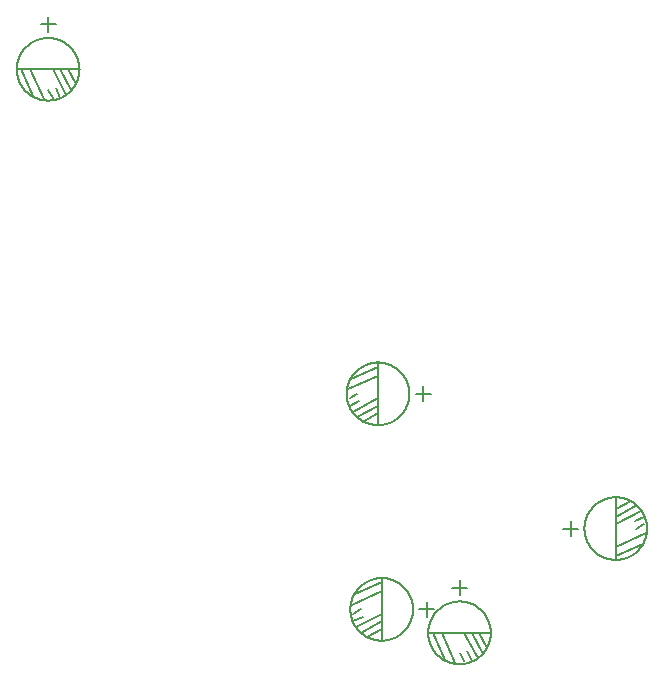
<source format=gbr>
G04 EAGLE Gerber X2 export*
%TF.Part,Single*%
%TF.FileFunction,Legend,Bot,1*%
%TF.FilePolarity,Positive*%
%TF.GenerationSoftware,Autodesk,EAGLE,9.2.2*%
%TF.CreationDate,2019-06-08T20:53:20Z*%
G75*
%MOMM*%
%FSLAX34Y34*%
%LPD*%
%INSilkscreen Bottom*%
%AMOC8*
5,1,8,0,0,1.08239X$1,22.5*%
G01*
%ADD10C,0.127000*%


D10*
X30895Y505723D02*
X30903Y506373D01*
X30927Y507023D01*
X30967Y507672D01*
X31023Y508320D01*
X31094Y508967D01*
X31182Y509611D01*
X31285Y510253D01*
X31404Y510893D01*
X31539Y511529D01*
X31689Y512162D01*
X31855Y512791D01*
X32036Y513416D01*
X32233Y514036D01*
X32444Y514651D01*
X32671Y515260D01*
X32912Y515864D01*
X33168Y516462D01*
X33439Y517053D01*
X33725Y517638D01*
X34024Y518215D01*
X34338Y518785D01*
X34665Y519347D01*
X35006Y519900D01*
X35361Y520446D01*
X35729Y520982D01*
X36110Y521509D01*
X36504Y522027D01*
X36910Y522534D01*
X37329Y523032D01*
X37760Y523519D01*
X38202Y523996D01*
X38657Y524461D01*
X39122Y524916D01*
X39599Y525358D01*
X40086Y525789D01*
X40584Y526208D01*
X41091Y526614D01*
X41609Y527008D01*
X42136Y527389D01*
X42672Y527757D01*
X43218Y528112D01*
X43771Y528453D01*
X44333Y528780D01*
X44903Y529094D01*
X45480Y529393D01*
X46065Y529679D01*
X46656Y529950D01*
X47254Y530206D01*
X47858Y530447D01*
X48467Y530674D01*
X49082Y530885D01*
X49702Y531082D01*
X50327Y531263D01*
X50956Y531429D01*
X51589Y531579D01*
X52225Y531714D01*
X52865Y531833D01*
X53507Y531936D01*
X54151Y532024D01*
X54798Y532095D01*
X55446Y532151D01*
X56095Y532191D01*
X56745Y532215D01*
X57395Y532223D01*
X58045Y532215D01*
X58695Y532191D01*
X59344Y532151D01*
X59992Y532095D01*
X60639Y532024D01*
X61283Y531936D01*
X61925Y531833D01*
X62565Y531714D01*
X63201Y531579D01*
X63834Y531429D01*
X64463Y531263D01*
X65088Y531082D01*
X65708Y530885D01*
X66323Y530674D01*
X66932Y530447D01*
X67536Y530206D01*
X68134Y529950D01*
X68725Y529679D01*
X69310Y529393D01*
X69887Y529094D01*
X70457Y528780D01*
X71019Y528453D01*
X71572Y528112D01*
X72118Y527757D01*
X72654Y527389D01*
X73181Y527008D01*
X73699Y526614D01*
X74206Y526208D01*
X74704Y525789D01*
X75191Y525358D01*
X75668Y524916D01*
X76133Y524461D01*
X76588Y523996D01*
X77030Y523519D01*
X77461Y523032D01*
X77880Y522534D01*
X78286Y522027D01*
X78680Y521509D01*
X79061Y520982D01*
X79429Y520446D01*
X79784Y519900D01*
X80125Y519347D01*
X80452Y518785D01*
X80766Y518215D01*
X81065Y517638D01*
X81351Y517053D01*
X81622Y516462D01*
X81878Y515864D01*
X82119Y515260D01*
X82346Y514651D01*
X82557Y514036D01*
X82754Y513416D01*
X82935Y512791D01*
X83101Y512162D01*
X83251Y511529D01*
X83386Y510893D01*
X83505Y510253D01*
X83608Y509611D01*
X83696Y508967D01*
X83767Y508320D01*
X83823Y507672D01*
X83863Y507023D01*
X83887Y506373D01*
X83895Y505723D01*
X83887Y505073D01*
X83863Y504423D01*
X83823Y503774D01*
X83767Y503126D01*
X83696Y502479D01*
X83608Y501835D01*
X83505Y501193D01*
X83386Y500553D01*
X83251Y499917D01*
X83101Y499284D01*
X82935Y498655D01*
X82754Y498030D01*
X82557Y497410D01*
X82346Y496795D01*
X82119Y496186D01*
X81878Y495582D01*
X81622Y494984D01*
X81351Y494393D01*
X81065Y493808D01*
X80766Y493231D01*
X80452Y492661D01*
X80125Y492099D01*
X79784Y491546D01*
X79429Y491000D01*
X79061Y490464D01*
X78680Y489937D01*
X78286Y489419D01*
X77880Y488912D01*
X77461Y488414D01*
X77030Y487927D01*
X76588Y487450D01*
X76133Y486985D01*
X75668Y486530D01*
X75191Y486088D01*
X74704Y485657D01*
X74206Y485238D01*
X73699Y484832D01*
X73181Y484438D01*
X72654Y484057D01*
X72118Y483689D01*
X71572Y483334D01*
X71019Y482993D01*
X70457Y482666D01*
X69887Y482352D01*
X69310Y482053D01*
X68725Y481767D01*
X68134Y481496D01*
X67536Y481240D01*
X66932Y480999D01*
X66323Y480772D01*
X65708Y480561D01*
X65088Y480364D01*
X64463Y480183D01*
X63834Y480017D01*
X63201Y479867D01*
X62565Y479732D01*
X61925Y479613D01*
X61283Y479510D01*
X60639Y479422D01*
X59992Y479351D01*
X59344Y479295D01*
X58695Y479255D01*
X58045Y479231D01*
X57395Y479223D01*
X56745Y479231D01*
X56095Y479255D01*
X55446Y479295D01*
X54798Y479351D01*
X54151Y479422D01*
X53507Y479510D01*
X52865Y479613D01*
X52225Y479732D01*
X51589Y479867D01*
X50956Y480017D01*
X50327Y480183D01*
X49702Y480364D01*
X49082Y480561D01*
X48467Y480772D01*
X47858Y480999D01*
X47254Y481240D01*
X46656Y481496D01*
X46065Y481767D01*
X45480Y482053D01*
X44903Y482352D01*
X44333Y482666D01*
X43771Y482993D01*
X43218Y483334D01*
X42672Y483689D01*
X42136Y484057D01*
X41609Y484438D01*
X41091Y484832D01*
X40584Y485238D01*
X40086Y485657D01*
X39599Y486088D01*
X39122Y486530D01*
X38657Y486985D01*
X38202Y487450D01*
X37760Y487927D01*
X37329Y488414D01*
X36910Y488912D01*
X36504Y489419D01*
X36110Y489937D01*
X35729Y490464D01*
X35361Y491000D01*
X35006Y491546D01*
X34665Y492099D01*
X34338Y492661D01*
X34024Y493231D01*
X33725Y493808D01*
X33439Y494393D01*
X33168Y494984D01*
X32912Y495582D01*
X32671Y496186D01*
X32444Y496795D01*
X32233Y497410D01*
X32036Y498030D01*
X31855Y498655D01*
X31689Y499284D01*
X31539Y499917D01*
X31404Y500553D01*
X31285Y501193D01*
X31182Y501835D01*
X31094Y502479D01*
X31023Y503126D01*
X30967Y503774D01*
X30927Y504423D01*
X30903Y505073D01*
X30895Y505723D01*
X57395Y543823D02*
X57395Y550173D01*
X57395Y543823D02*
X57395Y537473D01*
X57395Y543823D02*
X63745Y543823D01*
X57395Y543823D02*
X51045Y543823D01*
X73905Y505723D02*
X84065Y505723D01*
X73905Y505723D02*
X67555Y505723D01*
X61205Y505723D01*
X42155Y505723D01*
X34535Y505723D01*
X30725Y505723D01*
X34535Y505723D02*
X44695Y482863D01*
X53585Y480323D02*
X42155Y505723D01*
X63745Y489848D02*
X67555Y481593D01*
X72635Y484133D02*
X61205Y505723D01*
X67555Y505723D02*
X77080Y487943D01*
X80890Y493023D02*
X73905Y505723D01*
X57395Y488223D02*
X61205Y481593D01*
X310268Y230965D02*
X310276Y231615D01*
X310300Y232265D01*
X310340Y232914D01*
X310396Y233562D01*
X310467Y234209D01*
X310555Y234853D01*
X310658Y235495D01*
X310777Y236135D01*
X310912Y236771D01*
X311062Y237404D01*
X311228Y238033D01*
X311409Y238658D01*
X311606Y239278D01*
X311817Y239893D01*
X312044Y240502D01*
X312285Y241106D01*
X312541Y241704D01*
X312812Y242295D01*
X313098Y242880D01*
X313397Y243457D01*
X313711Y244027D01*
X314038Y244589D01*
X314379Y245142D01*
X314734Y245688D01*
X315102Y246224D01*
X315483Y246751D01*
X315877Y247269D01*
X316283Y247776D01*
X316702Y248274D01*
X317133Y248761D01*
X317575Y249238D01*
X318030Y249703D01*
X318495Y250158D01*
X318972Y250600D01*
X319459Y251031D01*
X319957Y251450D01*
X320464Y251856D01*
X320982Y252250D01*
X321509Y252631D01*
X322045Y252999D01*
X322591Y253354D01*
X323144Y253695D01*
X323706Y254022D01*
X324276Y254336D01*
X324853Y254635D01*
X325438Y254921D01*
X326029Y255192D01*
X326627Y255448D01*
X327231Y255689D01*
X327840Y255916D01*
X328455Y256127D01*
X329075Y256324D01*
X329700Y256505D01*
X330329Y256671D01*
X330962Y256821D01*
X331598Y256956D01*
X332238Y257075D01*
X332880Y257178D01*
X333524Y257266D01*
X334171Y257337D01*
X334819Y257393D01*
X335468Y257433D01*
X336118Y257457D01*
X336768Y257465D01*
X337418Y257457D01*
X338068Y257433D01*
X338717Y257393D01*
X339365Y257337D01*
X340012Y257266D01*
X340656Y257178D01*
X341298Y257075D01*
X341938Y256956D01*
X342574Y256821D01*
X343207Y256671D01*
X343836Y256505D01*
X344461Y256324D01*
X345081Y256127D01*
X345696Y255916D01*
X346305Y255689D01*
X346909Y255448D01*
X347507Y255192D01*
X348098Y254921D01*
X348683Y254635D01*
X349260Y254336D01*
X349830Y254022D01*
X350392Y253695D01*
X350945Y253354D01*
X351491Y252999D01*
X352027Y252631D01*
X352554Y252250D01*
X353072Y251856D01*
X353579Y251450D01*
X354077Y251031D01*
X354564Y250600D01*
X355041Y250158D01*
X355506Y249703D01*
X355961Y249238D01*
X356403Y248761D01*
X356834Y248274D01*
X357253Y247776D01*
X357659Y247269D01*
X358053Y246751D01*
X358434Y246224D01*
X358802Y245688D01*
X359157Y245142D01*
X359498Y244589D01*
X359825Y244027D01*
X360139Y243457D01*
X360438Y242880D01*
X360724Y242295D01*
X360995Y241704D01*
X361251Y241106D01*
X361492Y240502D01*
X361719Y239893D01*
X361930Y239278D01*
X362127Y238658D01*
X362308Y238033D01*
X362474Y237404D01*
X362624Y236771D01*
X362759Y236135D01*
X362878Y235495D01*
X362981Y234853D01*
X363069Y234209D01*
X363140Y233562D01*
X363196Y232914D01*
X363236Y232265D01*
X363260Y231615D01*
X363268Y230965D01*
X363260Y230315D01*
X363236Y229665D01*
X363196Y229016D01*
X363140Y228368D01*
X363069Y227721D01*
X362981Y227077D01*
X362878Y226435D01*
X362759Y225795D01*
X362624Y225159D01*
X362474Y224526D01*
X362308Y223897D01*
X362127Y223272D01*
X361930Y222652D01*
X361719Y222037D01*
X361492Y221428D01*
X361251Y220824D01*
X360995Y220226D01*
X360724Y219635D01*
X360438Y219050D01*
X360139Y218473D01*
X359825Y217903D01*
X359498Y217341D01*
X359157Y216788D01*
X358802Y216242D01*
X358434Y215706D01*
X358053Y215179D01*
X357659Y214661D01*
X357253Y214154D01*
X356834Y213656D01*
X356403Y213169D01*
X355961Y212692D01*
X355506Y212227D01*
X355041Y211772D01*
X354564Y211330D01*
X354077Y210899D01*
X353579Y210480D01*
X353072Y210074D01*
X352554Y209680D01*
X352027Y209299D01*
X351491Y208931D01*
X350945Y208576D01*
X350392Y208235D01*
X349830Y207908D01*
X349260Y207594D01*
X348683Y207295D01*
X348098Y207009D01*
X347507Y206738D01*
X346909Y206482D01*
X346305Y206241D01*
X345696Y206014D01*
X345081Y205803D01*
X344461Y205606D01*
X343836Y205425D01*
X343207Y205259D01*
X342574Y205109D01*
X341938Y204974D01*
X341298Y204855D01*
X340656Y204752D01*
X340012Y204664D01*
X339365Y204593D01*
X338717Y204537D01*
X338068Y204497D01*
X337418Y204473D01*
X336768Y204465D01*
X336118Y204473D01*
X335468Y204497D01*
X334819Y204537D01*
X334171Y204593D01*
X333524Y204664D01*
X332880Y204752D01*
X332238Y204855D01*
X331598Y204974D01*
X330962Y205109D01*
X330329Y205259D01*
X329700Y205425D01*
X329075Y205606D01*
X328455Y205803D01*
X327840Y206014D01*
X327231Y206241D01*
X326627Y206482D01*
X326029Y206738D01*
X325438Y207009D01*
X324853Y207295D01*
X324276Y207594D01*
X323706Y207908D01*
X323144Y208235D01*
X322591Y208576D01*
X322045Y208931D01*
X321509Y209299D01*
X320982Y209680D01*
X320464Y210074D01*
X319957Y210480D01*
X319459Y210899D01*
X318972Y211330D01*
X318495Y211772D01*
X318030Y212227D01*
X317575Y212692D01*
X317133Y213169D01*
X316702Y213656D01*
X316283Y214154D01*
X315877Y214661D01*
X315483Y215179D01*
X315102Y215706D01*
X314734Y216242D01*
X314379Y216788D01*
X314038Y217341D01*
X313711Y217903D01*
X313397Y218473D01*
X313098Y219050D01*
X312812Y219635D01*
X312541Y220226D01*
X312285Y220824D01*
X312044Y221428D01*
X311817Y222037D01*
X311606Y222652D01*
X311409Y223272D01*
X311228Y223897D01*
X311062Y224526D01*
X310912Y225159D01*
X310777Y225795D01*
X310658Y226435D01*
X310555Y227077D01*
X310467Y227721D01*
X310396Y228368D01*
X310340Y229016D01*
X310300Y229665D01*
X310276Y230315D01*
X310268Y230965D01*
X374868Y230965D02*
X381218Y230965D01*
X374868Y230965D02*
X368518Y230965D01*
X374868Y230965D02*
X374868Y224615D01*
X374868Y230965D02*
X374868Y237315D01*
X336768Y214455D02*
X336768Y204295D01*
X336768Y214455D02*
X336768Y220805D01*
X336768Y227155D01*
X336768Y246205D01*
X336768Y253825D01*
X336768Y257635D01*
X336768Y253825D02*
X313908Y243665D01*
X311368Y234775D02*
X336768Y246205D01*
X320893Y224615D02*
X312638Y220805D01*
X315178Y215725D02*
X336768Y227155D01*
X336768Y220805D02*
X318988Y211280D01*
X324068Y207470D02*
X336768Y214455D01*
X319268Y230965D02*
X312638Y227155D01*
X313362Y48476D02*
X313370Y49126D01*
X313394Y49776D01*
X313434Y50425D01*
X313490Y51073D01*
X313561Y51720D01*
X313649Y52364D01*
X313752Y53006D01*
X313871Y53646D01*
X314006Y54282D01*
X314156Y54915D01*
X314322Y55544D01*
X314503Y56169D01*
X314700Y56789D01*
X314911Y57404D01*
X315138Y58013D01*
X315379Y58617D01*
X315635Y59215D01*
X315906Y59806D01*
X316192Y60391D01*
X316491Y60968D01*
X316805Y61538D01*
X317132Y62100D01*
X317473Y62653D01*
X317828Y63199D01*
X318196Y63735D01*
X318577Y64262D01*
X318971Y64780D01*
X319377Y65287D01*
X319796Y65785D01*
X320227Y66272D01*
X320669Y66749D01*
X321124Y67214D01*
X321589Y67669D01*
X322066Y68111D01*
X322553Y68542D01*
X323051Y68961D01*
X323558Y69367D01*
X324076Y69761D01*
X324603Y70142D01*
X325139Y70510D01*
X325685Y70865D01*
X326238Y71206D01*
X326800Y71533D01*
X327370Y71847D01*
X327947Y72146D01*
X328532Y72432D01*
X329123Y72703D01*
X329721Y72959D01*
X330325Y73200D01*
X330934Y73427D01*
X331549Y73638D01*
X332169Y73835D01*
X332794Y74016D01*
X333423Y74182D01*
X334056Y74332D01*
X334692Y74467D01*
X335332Y74586D01*
X335974Y74689D01*
X336618Y74777D01*
X337265Y74848D01*
X337913Y74904D01*
X338562Y74944D01*
X339212Y74968D01*
X339862Y74976D01*
X340512Y74968D01*
X341162Y74944D01*
X341811Y74904D01*
X342459Y74848D01*
X343106Y74777D01*
X343750Y74689D01*
X344392Y74586D01*
X345032Y74467D01*
X345668Y74332D01*
X346301Y74182D01*
X346930Y74016D01*
X347555Y73835D01*
X348175Y73638D01*
X348790Y73427D01*
X349399Y73200D01*
X350003Y72959D01*
X350601Y72703D01*
X351192Y72432D01*
X351777Y72146D01*
X352354Y71847D01*
X352924Y71533D01*
X353486Y71206D01*
X354039Y70865D01*
X354585Y70510D01*
X355121Y70142D01*
X355648Y69761D01*
X356166Y69367D01*
X356673Y68961D01*
X357171Y68542D01*
X357658Y68111D01*
X358135Y67669D01*
X358600Y67214D01*
X359055Y66749D01*
X359497Y66272D01*
X359928Y65785D01*
X360347Y65287D01*
X360753Y64780D01*
X361147Y64262D01*
X361528Y63735D01*
X361896Y63199D01*
X362251Y62653D01*
X362592Y62100D01*
X362919Y61538D01*
X363233Y60968D01*
X363532Y60391D01*
X363818Y59806D01*
X364089Y59215D01*
X364345Y58617D01*
X364586Y58013D01*
X364813Y57404D01*
X365024Y56789D01*
X365221Y56169D01*
X365402Y55544D01*
X365568Y54915D01*
X365718Y54282D01*
X365853Y53646D01*
X365972Y53006D01*
X366075Y52364D01*
X366163Y51720D01*
X366234Y51073D01*
X366290Y50425D01*
X366330Y49776D01*
X366354Y49126D01*
X366362Y48476D01*
X366354Y47826D01*
X366330Y47176D01*
X366290Y46527D01*
X366234Y45879D01*
X366163Y45232D01*
X366075Y44588D01*
X365972Y43946D01*
X365853Y43306D01*
X365718Y42670D01*
X365568Y42037D01*
X365402Y41408D01*
X365221Y40783D01*
X365024Y40163D01*
X364813Y39548D01*
X364586Y38939D01*
X364345Y38335D01*
X364089Y37737D01*
X363818Y37146D01*
X363532Y36561D01*
X363233Y35984D01*
X362919Y35414D01*
X362592Y34852D01*
X362251Y34299D01*
X361896Y33753D01*
X361528Y33217D01*
X361147Y32690D01*
X360753Y32172D01*
X360347Y31665D01*
X359928Y31167D01*
X359497Y30680D01*
X359055Y30203D01*
X358600Y29738D01*
X358135Y29283D01*
X357658Y28841D01*
X357171Y28410D01*
X356673Y27991D01*
X356166Y27585D01*
X355648Y27191D01*
X355121Y26810D01*
X354585Y26442D01*
X354039Y26087D01*
X353486Y25746D01*
X352924Y25419D01*
X352354Y25105D01*
X351777Y24806D01*
X351192Y24520D01*
X350601Y24249D01*
X350003Y23993D01*
X349399Y23752D01*
X348790Y23525D01*
X348175Y23314D01*
X347555Y23117D01*
X346930Y22936D01*
X346301Y22770D01*
X345668Y22620D01*
X345032Y22485D01*
X344392Y22366D01*
X343750Y22263D01*
X343106Y22175D01*
X342459Y22104D01*
X341811Y22048D01*
X341162Y22008D01*
X340512Y21984D01*
X339862Y21976D01*
X339212Y21984D01*
X338562Y22008D01*
X337913Y22048D01*
X337265Y22104D01*
X336618Y22175D01*
X335974Y22263D01*
X335332Y22366D01*
X334692Y22485D01*
X334056Y22620D01*
X333423Y22770D01*
X332794Y22936D01*
X332169Y23117D01*
X331549Y23314D01*
X330934Y23525D01*
X330325Y23752D01*
X329721Y23993D01*
X329123Y24249D01*
X328532Y24520D01*
X327947Y24806D01*
X327370Y25105D01*
X326800Y25419D01*
X326238Y25746D01*
X325685Y26087D01*
X325139Y26442D01*
X324603Y26810D01*
X324076Y27191D01*
X323558Y27585D01*
X323051Y27991D01*
X322553Y28410D01*
X322066Y28841D01*
X321589Y29283D01*
X321124Y29738D01*
X320669Y30203D01*
X320227Y30680D01*
X319796Y31167D01*
X319377Y31665D01*
X318971Y32172D01*
X318577Y32690D01*
X318196Y33217D01*
X317828Y33753D01*
X317473Y34299D01*
X317132Y34852D01*
X316805Y35414D01*
X316491Y35984D01*
X316192Y36561D01*
X315906Y37146D01*
X315635Y37737D01*
X315379Y38335D01*
X315138Y38939D01*
X314911Y39548D01*
X314700Y40163D01*
X314503Y40783D01*
X314322Y41408D01*
X314156Y42037D01*
X314006Y42670D01*
X313871Y43306D01*
X313752Y43946D01*
X313649Y44588D01*
X313561Y45232D01*
X313490Y45879D01*
X313434Y46527D01*
X313394Y47176D01*
X313370Y47826D01*
X313362Y48476D01*
X377962Y48476D02*
X384312Y48476D01*
X377962Y48476D02*
X371612Y48476D01*
X377962Y48476D02*
X377962Y42126D01*
X377962Y48476D02*
X377962Y54826D01*
X339862Y31966D02*
X339862Y21806D01*
X339862Y31966D02*
X339862Y38316D01*
X339862Y44666D01*
X339862Y63716D01*
X339862Y71336D01*
X339862Y75146D01*
X339862Y71336D02*
X317002Y61176D01*
X314462Y52286D02*
X339862Y63716D01*
X323987Y42126D02*
X315732Y38316D01*
X318272Y33236D02*
X339862Y44666D01*
X339862Y38316D02*
X322082Y28791D01*
X327162Y24981D02*
X339862Y31966D01*
X322362Y48476D02*
X315732Y44666D01*
X379254Y28637D02*
X379262Y29287D01*
X379286Y29937D01*
X379326Y30586D01*
X379382Y31234D01*
X379453Y31881D01*
X379541Y32525D01*
X379644Y33167D01*
X379763Y33807D01*
X379898Y34443D01*
X380048Y35076D01*
X380214Y35705D01*
X380395Y36330D01*
X380592Y36950D01*
X380803Y37565D01*
X381030Y38174D01*
X381271Y38778D01*
X381527Y39376D01*
X381798Y39967D01*
X382084Y40552D01*
X382383Y41129D01*
X382697Y41699D01*
X383024Y42261D01*
X383365Y42814D01*
X383720Y43360D01*
X384088Y43896D01*
X384469Y44423D01*
X384863Y44941D01*
X385269Y45448D01*
X385688Y45946D01*
X386119Y46433D01*
X386561Y46910D01*
X387016Y47375D01*
X387481Y47830D01*
X387958Y48272D01*
X388445Y48703D01*
X388943Y49122D01*
X389450Y49528D01*
X389968Y49922D01*
X390495Y50303D01*
X391031Y50671D01*
X391577Y51026D01*
X392130Y51367D01*
X392692Y51694D01*
X393262Y52008D01*
X393839Y52307D01*
X394424Y52593D01*
X395015Y52864D01*
X395613Y53120D01*
X396217Y53361D01*
X396826Y53588D01*
X397441Y53799D01*
X398061Y53996D01*
X398686Y54177D01*
X399315Y54343D01*
X399948Y54493D01*
X400584Y54628D01*
X401224Y54747D01*
X401866Y54850D01*
X402510Y54938D01*
X403157Y55009D01*
X403805Y55065D01*
X404454Y55105D01*
X405104Y55129D01*
X405754Y55137D01*
X406404Y55129D01*
X407054Y55105D01*
X407703Y55065D01*
X408351Y55009D01*
X408998Y54938D01*
X409642Y54850D01*
X410284Y54747D01*
X410924Y54628D01*
X411560Y54493D01*
X412193Y54343D01*
X412822Y54177D01*
X413447Y53996D01*
X414067Y53799D01*
X414682Y53588D01*
X415291Y53361D01*
X415895Y53120D01*
X416493Y52864D01*
X417084Y52593D01*
X417669Y52307D01*
X418246Y52008D01*
X418816Y51694D01*
X419378Y51367D01*
X419931Y51026D01*
X420477Y50671D01*
X421013Y50303D01*
X421540Y49922D01*
X422058Y49528D01*
X422565Y49122D01*
X423063Y48703D01*
X423550Y48272D01*
X424027Y47830D01*
X424492Y47375D01*
X424947Y46910D01*
X425389Y46433D01*
X425820Y45946D01*
X426239Y45448D01*
X426645Y44941D01*
X427039Y44423D01*
X427420Y43896D01*
X427788Y43360D01*
X428143Y42814D01*
X428484Y42261D01*
X428811Y41699D01*
X429125Y41129D01*
X429424Y40552D01*
X429710Y39967D01*
X429981Y39376D01*
X430237Y38778D01*
X430478Y38174D01*
X430705Y37565D01*
X430916Y36950D01*
X431113Y36330D01*
X431294Y35705D01*
X431460Y35076D01*
X431610Y34443D01*
X431745Y33807D01*
X431864Y33167D01*
X431967Y32525D01*
X432055Y31881D01*
X432126Y31234D01*
X432182Y30586D01*
X432222Y29937D01*
X432246Y29287D01*
X432254Y28637D01*
X432246Y27987D01*
X432222Y27337D01*
X432182Y26688D01*
X432126Y26040D01*
X432055Y25393D01*
X431967Y24749D01*
X431864Y24107D01*
X431745Y23467D01*
X431610Y22831D01*
X431460Y22198D01*
X431294Y21569D01*
X431113Y20944D01*
X430916Y20324D01*
X430705Y19709D01*
X430478Y19100D01*
X430237Y18496D01*
X429981Y17898D01*
X429710Y17307D01*
X429424Y16722D01*
X429125Y16145D01*
X428811Y15575D01*
X428484Y15013D01*
X428143Y14460D01*
X427788Y13914D01*
X427420Y13378D01*
X427039Y12851D01*
X426645Y12333D01*
X426239Y11826D01*
X425820Y11328D01*
X425389Y10841D01*
X424947Y10364D01*
X424492Y9899D01*
X424027Y9444D01*
X423550Y9002D01*
X423063Y8571D01*
X422565Y8152D01*
X422058Y7746D01*
X421540Y7352D01*
X421013Y6971D01*
X420477Y6603D01*
X419931Y6248D01*
X419378Y5907D01*
X418816Y5580D01*
X418246Y5266D01*
X417669Y4967D01*
X417084Y4681D01*
X416493Y4410D01*
X415895Y4154D01*
X415291Y3913D01*
X414682Y3686D01*
X414067Y3475D01*
X413447Y3278D01*
X412822Y3097D01*
X412193Y2931D01*
X411560Y2781D01*
X410924Y2646D01*
X410284Y2527D01*
X409642Y2424D01*
X408998Y2336D01*
X408351Y2265D01*
X407703Y2209D01*
X407054Y2169D01*
X406404Y2145D01*
X405754Y2137D01*
X405104Y2145D01*
X404454Y2169D01*
X403805Y2209D01*
X403157Y2265D01*
X402510Y2336D01*
X401866Y2424D01*
X401224Y2527D01*
X400584Y2646D01*
X399948Y2781D01*
X399315Y2931D01*
X398686Y3097D01*
X398061Y3278D01*
X397441Y3475D01*
X396826Y3686D01*
X396217Y3913D01*
X395613Y4154D01*
X395015Y4410D01*
X394424Y4681D01*
X393839Y4967D01*
X393262Y5266D01*
X392692Y5580D01*
X392130Y5907D01*
X391577Y6248D01*
X391031Y6603D01*
X390495Y6971D01*
X389968Y7352D01*
X389450Y7746D01*
X388943Y8152D01*
X388445Y8571D01*
X387958Y9002D01*
X387481Y9444D01*
X387016Y9899D01*
X386561Y10364D01*
X386119Y10841D01*
X385688Y11328D01*
X385269Y11826D01*
X384863Y12333D01*
X384469Y12851D01*
X384088Y13378D01*
X383720Y13914D01*
X383365Y14460D01*
X383024Y15013D01*
X382697Y15575D01*
X382383Y16145D01*
X382084Y16722D01*
X381798Y17307D01*
X381527Y17898D01*
X381271Y18496D01*
X381030Y19100D01*
X380803Y19709D01*
X380592Y20324D01*
X380395Y20944D01*
X380214Y21569D01*
X380048Y22198D01*
X379898Y22831D01*
X379763Y23467D01*
X379644Y24107D01*
X379541Y24749D01*
X379453Y25393D01*
X379382Y26040D01*
X379326Y26688D01*
X379286Y27337D01*
X379262Y27987D01*
X379254Y28637D01*
X405754Y66737D02*
X405754Y73087D01*
X405754Y66737D02*
X405754Y60387D01*
X405754Y66737D02*
X412104Y66737D01*
X405754Y66737D02*
X399404Y66737D01*
X422264Y28637D02*
X432424Y28637D01*
X422264Y28637D02*
X415914Y28637D01*
X409564Y28637D01*
X390514Y28637D01*
X382894Y28637D01*
X379084Y28637D01*
X382894Y28637D02*
X393054Y5777D01*
X401944Y3237D02*
X390514Y28637D01*
X412104Y12762D02*
X415914Y4507D01*
X420994Y7047D02*
X409564Y28637D01*
X415914Y28637D02*
X425439Y10857D01*
X429249Y15937D02*
X422264Y28637D01*
X405754Y11137D02*
X409564Y4507D01*
X511547Y116866D02*
X511555Y117516D01*
X511579Y118166D01*
X511619Y118815D01*
X511675Y119463D01*
X511746Y120110D01*
X511834Y120754D01*
X511937Y121396D01*
X512056Y122036D01*
X512191Y122672D01*
X512341Y123305D01*
X512507Y123934D01*
X512688Y124559D01*
X512885Y125179D01*
X513096Y125794D01*
X513323Y126403D01*
X513564Y127007D01*
X513820Y127605D01*
X514091Y128196D01*
X514377Y128781D01*
X514676Y129358D01*
X514990Y129928D01*
X515317Y130490D01*
X515658Y131043D01*
X516013Y131589D01*
X516381Y132125D01*
X516762Y132652D01*
X517156Y133170D01*
X517562Y133677D01*
X517981Y134175D01*
X518412Y134662D01*
X518854Y135139D01*
X519309Y135604D01*
X519774Y136059D01*
X520251Y136501D01*
X520738Y136932D01*
X521236Y137351D01*
X521743Y137757D01*
X522261Y138151D01*
X522788Y138532D01*
X523324Y138900D01*
X523870Y139255D01*
X524423Y139596D01*
X524985Y139923D01*
X525555Y140237D01*
X526132Y140536D01*
X526717Y140822D01*
X527308Y141093D01*
X527906Y141349D01*
X528510Y141590D01*
X529119Y141817D01*
X529734Y142028D01*
X530354Y142225D01*
X530979Y142406D01*
X531608Y142572D01*
X532241Y142722D01*
X532877Y142857D01*
X533517Y142976D01*
X534159Y143079D01*
X534803Y143167D01*
X535450Y143238D01*
X536098Y143294D01*
X536747Y143334D01*
X537397Y143358D01*
X538047Y143366D01*
X538697Y143358D01*
X539347Y143334D01*
X539996Y143294D01*
X540644Y143238D01*
X541291Y143167D01*
X541935Y143079D01*
X542577Y142976D01*
X543217Y142857D01*
X543853Y142722D01*
X544486Y142572D01*
X545115Y142406D01*
X545740Y142225D01*
X546360Y142028D01*
X546975Y141817D01*
X547584Y141590D01*
X548188Y141349D01*
X548786Y141093D01*
X549377Y140822D01*
X549962Y140536D01*
X550539Y140237D01*
X551109Y139923D01*
X551671Y139596D01*
X552224Y139255D01*
X552770Y138900D01*
X553306Y138532D01*
X553833Y138151D01*
X554351Y137757D01*
X554858Y137351D01*
X555356Y136932D01*
X555843Y136501D01*
X556320Y136059D01*
X556785Y135604D01*
X557240Y135139D01*
X557682Y134662D01*
X558113Y134175D01*
X558532Y133677D01*
X558938Y133170D01*
X559332Y132652D01*
X559713Y132125D01*
X560081Y131589D01*
X560436Y131043D01*
X560777Y130490D01*
X561104Y129928D01*
X561418Y129358D01*
X561717Y128781D01*
X562003Y128196D01*
X562274Y127605D01*
X562530Y127007D01*
X562771Y126403D01*
X562998Y125794D01*
X563209Y125179D01*
X563406Y124559D01*
X563587Y123934D01*
X563753Y123305D01*
X563903Y122672D01*
X564038Y122036D01*
X564157Y121396D01*
X564260Y120754D01*
X564348Y120110D01*
X564419Y119463D01*
X564475Y118815D01*
X564515Y118166D01*
X564539Y117516D01*
X564547Y116866D01*
X564539Y116216D01*
X564515Y115566D01*
X564475Y114917D01*
X564419Y114269D01*
X564348Y113622D01*
X564260Y112978D01*
X564157Y112336D01*
X564038Y111696D01*
X563903Y111060D01*
X563753Y110427D01*
X563587Y109798D01*
X563406Y109173D01*
X563209Y108553D01*
X562998Y107938D01*
X562771Y107329D01*
X562530Y106725D01*
X562274Y106127D01*
X562003Y105536D01*
X561717Y104951D01*
X561418Y104374D01*
X561104Y103804D01*
X560777Y103242D01*
X560436Y102689D01*
X560081Y102143D01*
X559713Y101607D01*
X559332Y101080D01*
X558938Y100562D01*
X558532Y100055D01*
X558113Y99557D01*
X557682Y99070D01*
X557240Y98593D01*
X556785Y98128D01*
X556320Y97673D01*
X555843Y97231D01*
X555356Y96800D01*
X554858Y96381D01*
X554351Y95975D01*
X553833Y95581D01*
X553306Y95200D01*
X552770Y94832D01*
X552224Y94477D01*
X551671Y94136D01*
X551109Y93809D01*
X550539Y93495D01*
X549962Y93196D01*
X549377Y92910D01*
X548786Y92639D01*
X548188Y92383D01*
X547584Y92142D01*
X546975Y91915D01*
X546360Y91704D01*
X545740Y91507D01*
X545115Y91326D01*
X544486Y91160D01*
X543853Y91010D01*
X543217Y90875D01*
X542577Y90756D01*
X541935Y90653D01*
X541291Y90565D01*
X540644Y90494D01*
X539996Y90438D01*
X539347Y90398D01*
X538697Y90374D01*
X538047Y90366D01*
X537397Y90374D01*
X536747Y90398D01*
X536098Y90438D01*
X535450Y90494D01*
X534803Y90565D01*
X534159Y90653D01*
X533517Y90756D01*
X532877Y90875D01*
X532241Y91010D01*
X531608Y91160D01*
X530979Y91326D01*
X530354Y91507D01*
X529734Y91704D01*
X529119Y91915D01*
X528510Y92142D01*
X527906Y92383D01*
X527308Y92639D01*
X526717Y92910D01*
X526132Y93196D01*
X525555Y93495D01*
X524985Y93809D01*
X524423Y94136D01*
X523870Y94477D01*
X523324Y94832D01*
X522788Y95200D01*
X522261Y95581D01*
X521743Y95975D01*
X521236Y96381D01*
X520738Y96800D01*
X520251Y97231D01*
X519774Y97673D01*
X519309Y98128D01*
X518854Y98593D01*
X518412Y99070D01*
X517981Y99557D01*
X517562Y100055D01*
X517156Y100562D01*
X516762Y101080D01*
X516381Y101607D01*
X516013Y102143D01*
X515658Y102689D01*
X515317Y103242D01*
X514990Y103804D01*
X514676Y104374D01*
X514377Y104951D01*
X514091Y105536D01*
X513820Y106127D01*
X513564Y106725D01*
X513323Y107329D01*
X513096Y107938D01*
X512885Y108553D01*
X512688Y109173D01*
X512507Y109798D01*
X512341Y110427D01*
X512191Y111060D01*
X512056Y111696D01*
X511937Y112336D01*
X511834Y112978D01*
X511746Y113622D01*
X511675Y114269D01*
X511619Y114917D01*
X511579Y115566D01*
X511555Y116216D01*
X511547Y116866D01*
X499947Y116866D02*
X493597Y116866D01*
X499947Y116866D02*
X506297Y116866D01*
X499947Y116866D02*
X499947Y123216D01*
X499947Y116866D02*
X499947Y110516D01*
X538047Y133376D02*
X538047Y143536D01*
X538047Y133376D02*
X538047Y127026D01*
X538047Y120676D01*
X538047Y101626D01*
X538047Y94006D01*
X538047Y90196D01*
X538047Y94006D02*
X560907Y104166D01*
X563447Y113056D02*
X538047Y101626D01*
X553922Y123216D02*
X562177Y127026D01*
X559637Y132106D02*
X538047Y120676D01*
X538047Y127026D02*
X555827Y136551D01*
X550747Y140361D02*
X538047Y133376D01*
X555547Y116866D02*
X562177Y120676D01*
M02*

</source>
